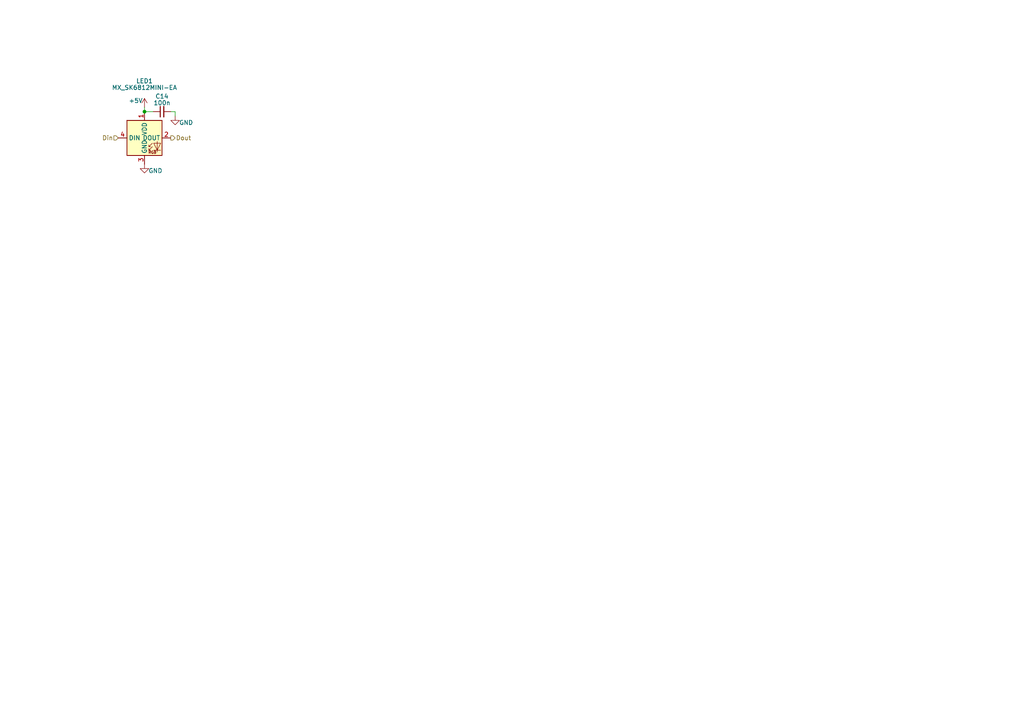
<source format=kicad_sch>
(kicad_sch (version 20230121) (generator eeschema)
  (paper "A4")
  (title_block (title "MoonBoard"))
  (lib_symbols
    (symbol "Device:C_Small" (pin_numbers hide) (pin_names (offset 0.254) hide)
      (property "Reference" "C" (at 0.254 1.778 0))
      (property "Value" "C_Small" (at 0.254 -2.032 0))
      (symbol "C_Small_0_1"
        (polyline (pts (xy -1.524 -0.508) (xy 1.524 -0.508)) (stroke (width 0.3302)))
        (polyline (pts (xy -1.524 0.508) (xy 1.524 0.508)) (stroke (width 0.3048)))
      )
      (symbol "C_Small_1_1"
        (pin passive line (at 0 2.54 270) (length 2.032) (name "~") (number "1"))
        (pin passive line (at 0 -2.54 90) (length 2.032) (name "~") (number "2"))
      )
    )
    (symbol "MoonBoard:MX_SK6812MINI-EA"
      (property "Reference" "LED31" (at 0 16.51 0))
      (property "Value" "MX_SK6812MINI-EA" (at 0 14.605 0))
      (symbol "MX_SK6812MINI-EA_0_0"
        (text "RGB" (at 2.286 -4.191 0) (effects (font (size 0.762 0.762))))
      )
      (symbol "MX_SK6812MINI-EA_0_1"
        (rectangle (start -5.08 5.08) (end 5.08 -5.08) (stroke (width 0.254)) (fill (type background)))
        (polyline (pts (xy 1.27 -3.556) (xy 1.778 -3.556)))
        (polyline (pts (xy 1.27 -2.54) (xy 1.778 -2.54)))
        (polyline (pts (xy 4.699 -3.556) (xy 2.667 -3.556)))
        (polyline (pts (xy 2.286 -2.54) (xy 1.27 -3.556) (xy 1.27 -3.048)))
        (polyline (pts (xy 2.286 -1.524) (xy 1.27 -2.54) (xy 1.27 -2.032)))
        (polyline (pts (xy 3.683 -1.016) (xy 3.683 -3.556) (xy 3.683 -4.064)))
        (polyline (pts (xy 4.699 -1.524) (xy 2.667 -1.524) (xy 3.683 -3.556) (xy 4.699 -1.524)))
      )
      (symbol "MX_SK6812MINI-EA_1_1"
        (pin power_in line (at 0 7.62 270) (length 2.54) (name "VDD") (number "1"))
        (pin output line (at 7.62 0 180) (length 2.54) (name "DOUT") (number "2"))
        (pin power_in line (at 0 -7.62 90) (length 2.54) (name "GND") (number "3"))
        (pin input line (at -7.62 0 0) (length 2.54) (name "DIN") (number "4"))
      )
    )
    (symbol "power:+5V" (power) (pin_names (offset 0))
      (property "Value" "+5V" (at 0 3.556 0))
      (symbol "+5V_0_1"
        (polyline (pts (xy -0.762 1.27) (xy 0 2.54)))
        (polyline (pts (xy 0 0) (xy 0 2.54)))
        (polyline (pts (xy 0 2.54) (xy 0.762 1.27)))
      )
      (symbol "+5V_1_1"
        (pin power_in line (at 0 0 90) (length 0) hide (name "+5V") (number "1"))
      )
    )
    (symbol "power:GND" (power) (pin_names (offset 0))
      (property "Value" "GND" (at 0 -3.81 0))
      (symbol "GND_0_1"
        (polyline (pts (xy 0 0) (xy 0 -1.27) (xy 1.27 -1.27) (xy 0 -2.54) (xy -1.27 -1.27) (xy 0 -1.27)))
      )
      (symbol "GND_1_1"
        (pin power_in line (at 0 0 270) (length 0) hide (name "GND") (number "1"))
      )
    )
  )
  (junction (at 41.91 32.385))
  (wire (pts (xy 41.91 32.385) (xy 44.45 32.385)))
  (wire (pts (xy 41.91 31.115) (xy 41.91 32.385)))
  (wire (pts (xy 50.8 32.385) (xy 49.53 32.385)))
  (wire (pts (xy 50.8 32.385) (xy 50.8 33.655)))
  (hierarchical_label "Dout" (shape output) (at 49.53 40.005 0))
  (hierarchical_label "Din" (shape input) (at 34.29 40.005 180))
  (symbol (lib_id "Device:C_Small") (at 46.99 32.385 90) (unit 1)
    (property "Reference" "C14" (at 46.99 27.94 90))
    (property "Value" "100n" (at 46.99 29.845 90))
    (property "Footprint" "Capacitor_SMD:C_0402_1005Metric" (effects hide))
    (instances (project "MoonBoard" (path "" (reference "C14") (unit 1)) (path "" (reference "C185") (unit 1)) (path "" (reference "C266") (unit 1)) (path "" (reference "C186") (unit 1)) (path "" (reference "C187") (unit 1)) (path "" (reference "C188") (unit 1)) (path "" (reference "C189") (unit 1)) (path "" (reference "C190") (unit 1)) (path "" (reference "C191") (unit 1)) (path "" (reference "C192") (unit 1)) (path "" (reference "C193") (unit 1)) (path "" (reference "C194") (unit 1)) (path "" (reference "C195") (unit 1)) (path "" (reference "C196") (unit 1)) (path "" (reference "C197") (unit 1)) (path "" (reference "C212") (unit 1)) (path "" (reference "C213") (unit 1)) (path "" (reference "C214") (unit 1)) (path "" (reference "C215") (unit 1)) (path "" (reference "C216") (unit 1)) (path "" (reference "C217") (unit 1)) (path "" (reference "C218") (unit 1)) (path "" (reference "C219") (unit 1)) (path "" (reference "C220") (unit 1)) (path "" (reference "C221") (unit 1)) (path "" (reference "C222") (unit 1)) (path "" (reference "C223") (unit 1)) (path "" (reference "C224") (unit 1)) (path "" (reference "C239") (unit 1)) (path "" (reference "C240") (unit 1)) (path "" (reference "C241") (unit 1)) (path "" (reference "C242") (unit 1)) (path "" (reference "C243") (unit 1)) (path "" (reference "C244") (unit 1)) (path "" (reference "C245") (unit 1)) (path "" (reference "C246") (unit 1)) (path "" (reference "C247") (unit 1)) (path "" (reference "C248") (unit 1)) (path "" (reference "C249") (unit 1)) (path "" (reference "C250") (unit 1)) (path "" (reference "C251") (unit 1)) (path "" (reference "C264") (unit 1))))
  )
  (symbol (lib_id "MoonBoard:MX_SK6812MINI-EA") (at 41.91 40.005 0) (unit 1)
    (property "Reference" "LED1" (at 41.91 23.495 0))
    (property "Value" "MX_SK6812MINI-EA" (at 41.91 25.4 0))
    (property "Footprint" "MoonBoard:SK 6812 MINI-EA" (effects hide))
    (instances (project "MoonBoard" (path "" (reference "LED1") (unit 1)) (path "" (reference "LED1") (unit 1)) (path "" (reference "LED83") (unit 1)) (path "" (reference "LED2") (unit 1)) (path "" (reference "LED3") (unit 1)) (path "" (reference "LED4") (unit 1)) (path "" (reference "LED5") (unit 1)) (path "" (reference "LED6") (unit 1)) (path "" (reference "LED7") (unit 1)) (path "" (reference "LED8") (unit 1)) (path "" (reference "LED9") (unit 1)) (path "" (reference "LED10") (unit 1)) (path "" (reference "LED11") (unit 1)) (path "" (reference "LED12") (unit 1)) (path "" (reference "LED13") (unit 1)) (path "" (reference "LED28") (unit 1)) (path "" (reference "LED29") (unit 1)) (path "" (reference "LED30") (unit 1)) (path "" (reference "LED31") (unit 1)) (path "" (reference "LED32") (unit 1)) (path "" (reference "LED33") (unit 1)) (path "" (reference "LED34") (unit 1)) (path "" (reference "LED35") (unit 1)) (path "" (reference "LED36") (unit 1)) (path "" (reference "LED37") (unit 1)) (path "" (reference "LED38") (unit 1)) (path "" (reference "LED39") (unit 1)) (path "" (reference "LED40") (unit 1)) (path "" (reference "LED55") (unit 1)) (path "" (reference "LED56") (unit 1)) (path "" (reference "LED57") (unit 1)) (path "" (reference "LED58") (unit 1)) (path "" (reference "LED59") (unit 1)) (path "" (reference "LED60") (unit 1)) (path "" (reference "LED61") (unit 1)) (path "" (reference "LED62") (unit 1)) (path "" (reference "LED63") (unit 1)) (path "" (reference "LED64") (unit 1)) (path "" (reference "LED65") (unit 1)) (path "" (reference "LED66") (unit 1)) (path "" (reference "LED67") (unit 1)) (path "" (reference "LED80") (unit 1))))
  )
  (symbol (lib_id "power:GND") (at 41.91 47.625 0) (unit 1)
    (property "Reference" "#PWR041" (effects hide))
    (property "Value" "GND" (at 45.085 49.53 0))
    (instances (project "MoonBoard" (path "" (reference "#PWR041") (unit 1)) (path "" (reference "#PWR0390") (unit 1)) (path "" (reference "#PWR0623") (unit 1)) (path "" (reference "#PWR0393") (unit 1)) (path "" (reference "#PWR0396") (unit 1)) (path "" (reference "#PWR0399") (unit 1)) (path "" (reference "#PWR0402") (unit 1)) (path "" (reference "#PWR0405") (unit 1)) (path "" (reference "#PWR0408") (unit 1)) (path "" (reference "#PWR0411") (unit 1)) (path "" (reference "#PWR0414") (unit 1)) (path "" (reference "#PWR0417") (unit 1)) (path "" (reference "#PWR0420") (unit 1)) (path "" (reference "#PWR0423") (unit 1)) (path "" (reference "#PWR0426") (unit 1)) (path "" (reference "#PWR0471") (unit 1)) (path "" (reference "#PWR0474") (unit 1)) (path "" (reference "#PWR0477") (unit 1)) (path "" (reference "#PWR0480") (unit 1)) (path "" (reference "#PWR0483") (unit 1)) (path "" (reference "#PWR0486") (unit 1)) (path "" (reference "#PWR0489") (unit 1)) (path "" (reference "#PWR0492") (unit 1)) (path "" (reference "#PWR0495") (unit 1)) (path "" (reference "#PWR0498") (unit 1)) (path "" (reference "#PWR0501") (unit 1)) (path "" (reference "#PWR0504") (unit 1)) (path "" (reference "#PWR0507") (unit 1)) (path "" (reference "#PWR0552") (unit 1)) (path "" (reference "#PWR0555") (unit 1)) (path "" (reference "#PWR0558") (unit 1)) (path "" (reference "#PWR0561") (unit 1)) (path "" (reference "#PWR0564") (unit 1)) (path "" (reference "#PWR0567") (unit 1)) (path "" (reference "#PWR0570") (unit 1)) (path "" (reference "#PWR0573") (unit 1)) (path "" (reference "#PWR0576") (unit 1)) (path "" (reference "#PWR0579") (unit 1)) (path "" (reference "#PWR0582") (unit 1)) (path "" (reference "#PWR0585") (unit 1)) (path "" (reference "#PWR0588") (unit 1)) (path "" (reference "#PWR0627") (unit 1))))
  )
  (symbol (lib_id "power:GND") (at 50.8 33.655 0) (unit 1)
    (property "Reference" "#PWR022" (effects hide))
    (property "Value" "GND" (at 53.975 35.56 0))
    (instances (project "MoonBoard" (path "" (reference "#PWR022") (unit 1)) (path "" (reference "#PWR0389") (unit 1)) (path "" (reference "#PWR0622") (unit 1)) (path "" (reference "#PWR0392") (unit 1)) (path "" (reference "#PWR0395") (unit 1)) (path "" (reference "#PWR0398") (unit 1)) (path "" (reference "#PWR0401") (unit 1)) (path "" (reference "#PWR0404") (unit 1)) (path "" (reference "#PWR0407") (unit 1)) (path "" (reference "#PWR0410") (unit 1)) (path "" (reference "#PWR0413") (unit 1)) (path "" (reference "#PWR0416") (unit 1)) (path "" (reference "#PWR0419") (unit 1)) (path "" (reference "#PWR0422") (unit 1)) (path "" (reference "#PWR0425") (unit 1)) (path "" (reference "#PWR0470") (unit 1)) (path "" (reference "#PWR0473") (unit 1)) (path "" (reference "#PWR0476") (unit 1)) (path "" (reference "#PWR0479") (unit 1)) (path "" (reference "#PWR0482") (unit 1)) (path "" (reference "#PWR0485") (unit 1)) (path "" (reference "#PWR0488") (unit 1)) (path "" (reference "#PWR0491") (unit 1)) (path "" (reference "#PWR0494") (unit 1)) (path "" (reference "#PWR0497") (unit 1)) (path "" (reference "#PWR0500") (unit 1)) (path "" (reference "#PWR0503") (unit 1)) (path "" (reference "#PWR0506") (unit 1)) (path "" (reference "#PWR0551") (unit 1)) (path "" (reference "#PWR0554") (unit 1)) (path "" (reference "#PWR0557") (unit 1)) (path "" (reference "#PWR0560") (unit 1)) (path "" (reference "#PWR0563") (unit 1)) (path "" (reference "#PWR0566") (unit 1)) (path "" (reference "#PWR0569") (unit 1)) (path "" (reference "#PWR0572") (unit 1)) (path "" (reference "#PWR0575") (unit 1)) (path "" (reference "#PWR0578") (unit 1)) (path "" (reference "#PWR0581") (unit 1)) (path "" (reference "#PWR0584") (unit 1)) (path "" (reference "#PWR0587") (unit 1)) (path "" (reference "#PWR0626") (unit 1))))
  )
  (symbol (lib_id "power:+5V") (at 41.91 31.115 0) (unit 1)
    (property "Reference" "#PWR021" (effects hide))
    (property "Value" "+5V" (at 39.37 29.21 0))
    (instances (project "MoonBoard" (path "" (reference "#PWR021") (unit 1)) (path "" (reference "#PWR0388") (unit 1)) (path "" (reference "#PWR0621") (unit 1)) (path "" (reference "#PWR0391") (unit 1)) (path "" (reference "#PWR0394") (unit 1)) (path "" (reference "#PWR0397") (unit 1)) (path "" (reference "#PWR0400") (unit 1)) (path "" (reference "#PWR0403") (unit 1)) (path "" (reference "#PWR0406") (unit 1)) (path "" (reference "#PWR0409") (unit 1)) (path "" (reference "#PWR0412") (unit 1)) (path "" (reference "#PWR0415") (unit 1)) (path "" (reference "#PWR0418") (unit 1)) (path "" (reference "#PWR0421") (unit 1)) (path "" (reference "#PWR0424") (unit 1)) (path "" (reference "#PWR0469") (unit 1)) (path "" (reference "#PWR0472") (unit 1)) (path "" (reference "#PWR0475") (unit 1)) (path "" (reference "#PWR0478") (unit 1)) (path "" (reference "#PWR0481") (unit 1)) (path "" (reference "#PWR0484") (unit 1)) (path "" (reference "#PWR0487") (unit 1)) (path "" (reference "#PWR0490") (unit 1)) (path "" (reference "#PWR0493") (unit 1)) (path "" (reference "#PWR0496") (unit 1)) (path "" (reference "#PWR0499") (unit 1)) (path "" (reference "#PWR0502") (unit 1)) (path "" (reference "#PWR0505") (unit 1)) (path "" (reference "#PWR0550") (unit 1)) (path "" (reference "#PWR0553") (unit 1)) (path "" (reference "#PWR0556") (unit 1)) (path "" (reference "#PWR0559") (unit 1)) (path "" (reference "#PWR0562") (unit 1)) (path "" (reference "#PWR0565") (unit 1)) (path "" (reference "#PWR0568") (unit 1)) (path "" (reference "#PWR0571") (unit 1)) (path "" (reference "#PWR0574") (unit 1)) (path "" (reference "#PWR0577") (unit 1)) (path "" (reference "#PWR0580") (unit 1)) (path "" (reference "#PWR0583") (unit 1)) (path "" (reference "#PWR0586") (unit 1)) (path "" (reference "#PWR0625") (unit 1))))
  )
)
</source>
